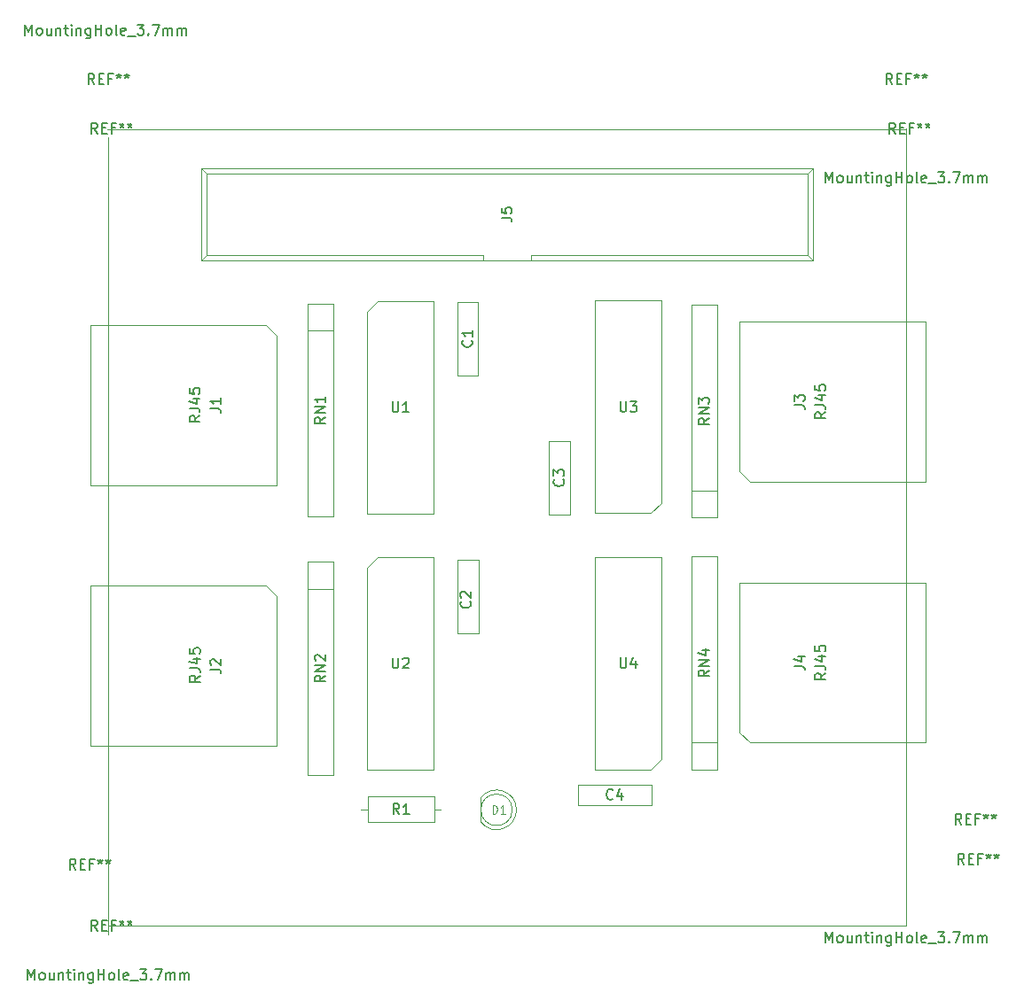
<source format=gbr>
G04 #@! TF.GenerationSoftware,KiCad,Pcbnew,(5.1.5)-3*
G04 #@! TF.CreationDate,2020-01-01T01:04:19-05:00*
G04 #@! TF.ProjectId,Diff_Expansion,44696666-5f45-4787-9061-6e73696f6e2e,v21*
G04 #@! TF.SameCoordinates,Original*
G04 #@! TF.FileFunction,Other,Fab,Top*
%FSLAX46Y46*%
G04 Gerber Fmt 4.6, Leading zero omitted, Abs format (unit mm)*
G04 Created by KiCad (PCBNEW (5.1.5)-3) date 2020-01-01 01:04:19*
%MOMM*%
%LPD*%
G04 APERTURE LIST*
%ADD10C,0.120000*%
%ADD11C,0.100000*%
%ADD12C,0.150000*%
G04 APERTURE END LIST*
D10*
X72701000Y-141769800D02*
X72701000Y-65569800D01*
X148931000Y-64769800D02*
X148931000Y-140969800D01*
X72627000Y-64837800D02*
X148827000Y-64837800D01*
X72731000Y-140969800D02*
X148931000Y-140969800D01*
D11*
X125544000Y-100537800D02*
X124544000Y-101537800D01*
X125544000Y-81217800D02*
X125544000Y-100537800D01*
X119194000Y-81217800D02*
X125544000Y-81217800D01*
X119194000Y-101537800D02*
X119194000Y-81217800D01*
X124544000Y-101537800D02*
X119194000Y-101537800D01*
X125544000Y-125031800D02*
X124544000Y-126031800D01*
X125544000Y-105711800D02*
X125544000Y-125031800D01*
X119194000Y-105711800D02*
X125544000Y-105711800D01*
X119194000Y-126031800D02*
X119194000Y-105711800D01*
X124544000Y-126031800D02*
X119194000Y-126031800D01*
X97444000Y-106741800D02*
X98444000Y-105741800D01*
X97444000Y-126061800D02*
X97444000Y-106741800D01*
X103794000Y-126061800D02*
X97444000Y-126061800D01*
X103794000Y-105741800D02*
X103794000Y-126061800D01*
X98444000Y-105741800D02*
X103794000Y-105741800D01*
X97444000Y-82247800D02*
X98444000Y-81247800D01*
X97444000Y-101567800D02*
X97444000Y-82247800D01*
X103794000Y-101567800D02*
X97444000Y-101567800D01*
X103794000Y-81247800D02*
X103794000Y-101567800D01*
X98444000Y-81247800D02*
X103794000Y-81247800D01*
X128389000Y-123461800D02*
X130889000Y-123461800D01*
X128389000Y-105661800D02*
X128389000Y-126021800D01*
X130889000Y-105661800D02*
X128389000Y-105661800D01*
X130889000Y-126021800D02*
X130889000Y-105661800D01*
X128389000Y-126021800D02*
X130889000Y-126021800D01*
X128389000Y-99377800D02*
X130889000Y-99377800D01*
X128389000Y-81577800D02*
X128389000Y-101937800D01*
X130889000Y-81577800D02*
X128389000Y-81577800D01*
X130889000Y-101937800D02*
X130889000Y-81577800D01*
X128389000Y-101937800D02*
X130889000Y-101937800D01*
X94239000Y-108741800D02*
X91739000Y-108741800D01*
X94239000Y-126541800D02*
X94239000Y-106181800D01*
X91739000Y-126541800D02*
X94239000Y-126541800D01*
X91739000Y-106181800D02*
X91739000Y-126541800D01*
X94239000Y-106181800D02*
X91739000Y-106181800D01*
X94239000Y-84057800D02*
X91739000Y-84057800D01*
X94239000Y-101857800D02*
X94239000Y-81497800D01*
X91739000Y-101857800D02*
X94239000Y-101857800D01*
X91739000Y-81497800D02*
X91739000Y-101857800D01*
X94239000Y-81497800D02*
X91739000Y-81497800D01*
D10*
X133999000Y-123456800D02*
X132999000Y-122456800D01*
X132999000Y-122456800D02*
X132999000Y-108156800D01*
X132999000Y-108156800D02*
X150739000Y-108156800D01*
X150739000Y-108156800D02*
X150739000Y-123456800D01*
X150739000Y-123456800D02*
X133999000Y-123456800D01*
X133999000Y-98512800D02*
X132999000Y-97512800D01*
X132999000Y-97512800D02*
X132999000Y-83212800D01*
X132999000Y-83212800D02*
X150739000Y-83212800D01*
X150739000Y-83212800D02*
X150739000Y-98512800D01*
X150739000Y-98512800D02*
X133999000Y-98512800D01*
X87789000Y-108481800D02*
X88789000Y-109481800D01*
X88789000Y-109481800D02*
X88789000Y-123781800D01*
X88789000Y-123781800D02*
X71049000Y-123781800D01*
X71049000Y-123781800D02*
X71049000Y-108481800D01*
X71049000Y-108481800D02*
X87789000Y-108481800D01*
X87789000Y-83537800D02*
X88789000Y-84537800D01*
X88789000Y-84537800D02*
X88789000Y-98837800D01*
X88789000Y-98837800D02*
X71049000Y-98837800D01*
X71049000Y-98837800D02*
X71049000Y-83537800D01*
X71049000Y-83537800D02*
X87789000Y-83537800D01*
D11*
X124579000Y-127451800D02*
X117579000Y-127451800D01*
X124579000Y-129451800D02*
X124579000Y-127451800D01*
X117579000Y-129451800D02*
X124579000Y-129451800D01*
X117579000Y-127451800D02*
X117579000Y-129451800D01*
X114799000Y-94647800D02*
X114799000Y-101647800D01*
X116799000Y-94647800D02*
X114799000Y-94647800D01*
X116799000Y-101647800D02*
X116799000Y-94647800D01*
X114799000Y-101647800D02*
X116799000Y-101647800D01*
X108109000Y-113001800D02*
X108109000Y-106001800D01*
X106109000Y-113001800D02*
X108109000Y-113001800D01*
X106109000Y-106001800D02*
X106109000Y-113001800D01*
X108109000Y-106001800D02*
X106109000Y-106001800D01*
X108059000Y-88337800D02*
X108059000Y-81337800D01*
X106059000Y-88337800D02*
X108059000Y-88337800D01*
X106059000Y-81337800D02*
X106059000Y-88337800D01*
X108059000Y-81337800D02*
X106059000Y-81337800D01*
X104495000Y-129831800D02*
X103835000Y-129831800D01*
X96875000Y-129831800D02*
X97535000Y-129831800D01*
X103835000Y-128581800D02*
X97535000Y-128581800D01*
X103835000Y-131081800D02*
X103835000Y-128581800D01*
X97535000Y-131081800D02*
X103835000Y-131081800D01*
X97535000Y-128581800D02*
X97535000Y-131081800D01*
X108304445Y-131047276D02*
G75*
G03X108305000Y-128715610I1500555J1165476D01*
G01*
X111305000Y-129881800D02*
G75*
G03X111305000Y-129881800I-1500000J0D01*
G01*
X108305000Y-128715610D02*
X108305000Y-131047990D01*
X140041000Y-77384800D02*
X139481000Y-76834800D01*
X81581000Y-77384800D02*
X82121000Y-76834800D01*
X140041000Y-68534800D02*
X139481000Y-69084800D01*
X81581000Y-68534800D02*
X82121000Y-69084800D01*
X139481000Y-69084800D02*
X139481000Y-76834800D01*
X140041000Y-68534800D02*
X140041000Y-77384800D01*
X82121000Y-69084800D02*
X82121000Y-76834800D01*
X81581000Y-68534800D02*
X81581000Y-77384800D01*
X113061000Y-76834800D02*
X113061000Y-77384800D01*
X108561000Y-76834800D02*
X108561000Y-77384800D01*
X113061000Y-76834800D02*
X139481000Y-76834800D01*
X82121000Y-76834800D02*
X108561000Y-76834800D01*
X81581000Y-77384800D02*
X140041000Y-77384800D01*
X82121000Y-69084800D02*
X139481000Y-69084800D01*
X81581000Y-68534800D02*
X140041000Y-68534800D01*
D12*
X121607095Y-90830180D02*
X121607095Y-91639704D01*
X121654714Y-91734942D01*
X121702333Y-91782561D01*
X121797571Y-91830180D01*
X121988047Y-91830180D01*
X122083285Y-91782561D01*
X122130904Y-91734942D01*
X122178523Y-91639704D01*
X122178523Y-90830180D01*
X122559476Y-90830180D02*
X123178523Y-90830180D01*
X122845190Y-91211133D01*
X122988047Y-91211133D01*
X123083285Y-91258752D01*
X123130904Y-91306371D01*
X123178523Y-91401609D01*
X123178523Y-91639704D01*
X123130904Y-91734942D01*
X123083285Y-91782561D01*
X122988047Y-91830180D01*
X122702333Y-91830180D01*
X122607095Y-91782561D01*
X122559476Y-91734942D01*
X121607095Y-115324180D02*
X121607095Y-116133704D01*
X121654714Y-116228942D01*
X121702333Y-116276561D01*
X121797571Y-116324180D01*
X121988047Y-116324180D01*
X122083285Y-116276561D01*
X122130904Y-116228942D01*
X122178523Y-116133704D01*
X122178523Y-115324180D01*
X123083285Y-115657514D02*
X123083285Y-116324180D01*
X122845190Y-115276561D02*
X122607095Y-115990847D01*
X123226142Y-115990847D01*
X99857095Y-115354180D02*
X99857095Y-116163704D01*
X99904714Y-116258942D01*
X99952333Y-116306561D01*
X100047571Y-116354180D01*
X100238047Y-116354180D01*
X100333285Y-116306561D01*
X100380904Y-116258942D01*
X100428523Y-116163704D01*
X100428523Y-115354180D01*
X100857095Y-115449419D02*
X100904714Y-115401800D01*
X100999952Y-115354180D01*
X101238047Y-115354180D01*
X101333285Y-115401800D01*
X101380904Y-115449419D01*
X101428523Y-115544657D01*
X101428523Y-115639895D01*
X101380904Y-115782752D01*
X100809476Y-116354180D01*
X101428523Y-116354180D01*
X99857095Y-90860180D02*
X99857095Y-91669704D01*
X99904714Y-91764942D01*
X99952333Y-91812561D01*
X100047571Y-91860180D01*
X100238047Y-91860180D01*
X100333285Y-91812561D01*
X100380904Y-91764942D01*
X100428523Y-91669704D01*
X100428523Y-90860180D01*
X101428523Y-91860180D02*
X100857095Y-91860180D01*
X101142809Y-91860180D02*
X101142809Y-90860180D01*
X101047571Y-91003038D01*
X100952333Y-91098276D01*
X100857095Y-91145895D01*
X130091380Y-116532276D02*
X129615190Y-116865609D01*
X130091380Y-117103704D02*
X129091380Y-117103704D01*
X129091380Y-116722752D01*
X129139000Y-116627514D01*
X129186619Y-116579895D01*
X129281857Y-116532276D01*
X129424714Y-116532276D01*
X129519952Y-116579895D01*
X129567571Y-116627514D01*
X129615190Y-116722752D01*
X129615190Y-117103704D01*
X130091380Y-116103704D02*
X129091380Y-116103704D01*
X130091380Y-115532276D01*
X129091380Y-115532276D01*
X129424714Y-114627514D02*
X130091380Y-114627514D01*
X129043761Y-114865609D02*
X129758047Y-115103704D01*
X129758047Y-114484657D01*
X130091380Y-92448276D02*
X129615190Y-92781609D01*
X130091380Y-93019704D02*
X129091380Y-93019704D01*
X129091380Y-92638752D01*
X129139000Y-92543514D01*
X129186619Y-92495895D01*
X129281857Y-92448276D01*
X129424714Y-92448276D01*
X129519952Y-92495895D01*
X129567571Y-92543514D01*
X129615190Y-92638752D01*
X129615190Y-93019704D01*
X130091380Y-92019704D02*
X129091380Y-92019704D01*
X130091380Y-91448276D01*
X129091380Y-91448276D01*
X129091380Y-91067323D02*
X129091380Y-90448276D01*
X129472333Y-90781609D01*
X129472333Y-90638752D01*
X129519952Y-90543514D01*
X129567571Y-90495895D01*
X129662809Y-90448276D01*
X129900904Y-90448276D01*
X129996142Y-90495895D01*
X130043761Y-90543514D01*
X130091380Y-90638752D01*
X130091380Y-90924466D01*
X130043761Y-91019704D01*
X129996142Y-91067323D01*
X93441380Y-117052276D02*
X92965190Y-117385609D01*
X93441380Y-117623704D02*
X92441380Y-117623704D01*
X92441380Y-117242752D01*
X92489000Y-117147514D01*
X92536619Y-117099895D01*
X92631857Y-117052276D01*
X92774714Y-117052276D01*
X92869952Y-117099895D01*
X92917571Y-117147514D01*
X92965190Y-117242752D01*
X92965190Y-117623704D01*
X93441380Y-116623704D02*
X92441380Y-116623704D01*
X93441380Y-116052276D01*
X92441380Y-116052276D01*
X92536619Y-115623704D02*
X92489000Y-115576085D01*
X92441380Y-115480847D01*
X92441380Y-115242752D01*
X92489000Y-115147514D01*
X92536619Y-115099895D01*
X92631857Y-115052276D01*
X92727095Y-115052276D01*
X92869952Y-115099895D01*
X93441380Y-115671323D01*
X93441380Y-115052276D01*
X93441380Y-92368276D02*
X92965190Y-92701609D01*
X93441380Y-92939704D02*
X92441380Y-92939704D01*
X92441380Y-92558752D01*
X92489000Y-92463514D01*
X92536619Y-92415895D01*
X92631857Y-92368276D01*
X92774714Y-92368276D01*
X92869952Y-92415895D01*
X92917571Y-92463514D01*
X92965190Y-92558752D01*
X92965190Y-92939704D01*
X93441380Y-91939704D02*
X92441380Y-91939704D01*
X93441380Y-91368276D01*
X92441380Y-91368276D01*
X93441380Y-90368276D02*
X93441380Y-90939704D01*
X93441380Y-90653990D02*
X92441380Y-90653990D01*
X92584238Y-90749228D01*
X92679476Y-90844466D01*
X92727095Y-90939704D01*
X141221380Y-116830609D02*
X140745190Y-117163942D01*
X141221380Y-117402038D02*
X140221380Y-117402038D01*
X140221380Y-117021085D01*
X140269000Y-116925847D01*
X140316619Y-116878228D01*
X140411857Y-116830609D01*
X140554714Y-116830609D01*
X140649952Y-116878228D01*
X140697571Y-116925847D01*
X140745190Y-117021085D01*
X140745190Y-117402038D01*
X140221380Y-116116323D02*
X140935666Y-116116323D01*
X141078523Y-116163942D01*
X141173761Y-116259180D01*
X141221380Y-116402038D01*
X141221380Y-116497276D01*
X140554714Y-115211561D02*
X141221380Y-115211561D01*
X140173761Y-115449657D02*
X140888047Y-115687752D01*
X140888047Y-115068704D01*
X140221380Y-114211561D02*
X140221380Y-114687752D01*
X140697571Y-114735371D01*
X140649952Y-114687752D01*
X140602333Y-114592514D01*
X140602333Y-114354419D01*
X140649952Y-114259180D01*
X140697571Y-114211561D01*
X140792809Y-114163942D01*
X141030904Y-114163942D01*
X141126142Y-114211561D01*
X141173761Y-114259180D01*
X141221380Y-114354419D01*
X141221380Y-114592514D01*
X141173761Y-114687752D01*
X141126142Y-114735371D01*
X138221380Y-116140133D02*
X138935666Y-116140133D01*
X139078523Y-116187752D01*
X139173761Y-116282990D01*
X139221380Y-116425847D01*
X139221380Y-116521085D01*
X138554714Y-115235371D02*
X139221380Y-115235371D01*
X138173761Y-115473466D02*
X138888047Y-115711561D01*
X138888047Y-115092514D01*
X141221380Y-91886609D02*
X140745190Y-92219942D01*
X141221380Y-92458038D02*
X140221380Y-92458038D01*
X140221380Y-92077085D01*
X140269000Y-91981847D01*
X140316619Y-91934228D01*
X140411857Y-91886609D01*
X140554714Y-91886609D01*
X140649952Y-91934228D01*
X140697571Y-91981847D01*
X140745190Y-92077085D01*
X140745190Y-92458038D01*
X140221380Y-91172323D02*
X140935666Y-91172323D01*
X141078523Y-91219942D01*
X141173761Y-91315180D01*
X141221380Y-91458038D01*
X141221380Y-91553276D01*
X140554714Y-90267561D02*
X141221380Y-90267561D01*
X140173761Y-90505657D02*
X140888047Y-90743752D01*
X140888047Y-90124704D01*
X140221380Y-89267561D02*
X140221380Y-89743752D01*
X140697571Y-89791371D01*
X140649952Y-89743752D01*
X140602333Y-89648514D01*
X140602333Y-89410419D01*
X140649952Y-89315180D01*
X140697571Y-89267561D01*
X140792809Y-89219942D01*
X141030904Y-89219942D01*
X141126142Y-89267561D01*
X141173761Y-89315180D01*
X141221380Y-89410419D01*
X141221380Y-89648514D01*
X141173761Y-89743752D01*
X141126142Y-89791371D01*
X138221380Y-91196133D02*
X138935666Y-91196133D01*
X139078523Y-91243752D01*
X139173761Y-91338990D01*
X139221380Y-91481847D01*
X139221380Y-91577085D01*
X138221380Y-90815180D02*
X138221380Y-90196133D01*
X138602333Y-90529466D01*
X138602333Y-90386609D01*
X138649952Y-90291371D01*
X138697571Y-90243752D01*
X138792809Y-90196133D01*
X139030904Y-90196133D01*
X139126142Y-90243752D01*
X139173761Y-90291371D01*
X139221380Y-90386609D01*
X139221380Y-90672323D01*
X139173761Y-90767561D01*
X139126142Y-90815180D01*
X81491380Y-117060609D02*
X81015190Y-117393942D01*
X81491380Y-117632038D02*
X80491380Y-117632038D01*
X80491380Y-117251085D01*
X80539000Y-117155847D01*
X80586619Y-117108228D01*
X80681857Y-117060609D01*
X80824714Y-117060609D01*
X80919952Y-117108228D01*
X80967571Y-117155847D01*
X81015190Y-117251085D01*
X81015190Y-117632038D01*
X80491380Y-116346323D02*
X81205666Y-116346323D01*
X81348523Y-116393942D01*
X81443761Y-116489180D01*
X81491380Y-116632038D01*
X81491380Y-116727276D01*
X80824714Y-115441561D02*
X81491380Y-115441561D01*
X80443761Y-115679657D02*
X81158047Y-115917752D01*
X81158047Y-115298704D01*
X80491380Y-114441561D02*
X80491380Y-114917752D01*
X80967571Y-114965371D01*
X80919952Y-114917752D01*
X80872333Y-114822514D01*
X80872333Y-114584419D01*
X80919952Y-114489180D01*
X80967571Y-114441561D01*
X81062809Y-114393942D01*
X81300904Y-114393942D01*
X81396142Y-114441561D01*
X81443761Y-114489180D01*
X81491380Y-114584419D01*
X81491380Y-114822514D01*
X81443761Y-114917752D01*
X81396142Y-114965371D01*
X82471380Y-116465133D02*
X83185666Y-116465133D01*
X83328523Y-116512752D01*
X83423761Y-116607990D01*
X83471380Y-116750847D01*
X83471380Y-116846085D01*
X82566619Y-116036561D02*
X82519000Y-115988942D01*
X82471380Y-115893704D01*
X82471380Y-115655609D01*
X82519000Y-115560371D01*
X82566619Y-115512752D01*
X82661857Y-115465133D01*
X82757095Y-115465133D01*
X82899952Y-115512752D01*
X83471380Y-116084180D01*
X83471380Y-115465133D01*
X81471380Y-92211609D02*
X80995190Y-92544942D01*
X81471380Y-92783038D02*
X80471380Y-92783038D01*
X80471380Y-92402085D01*
X80519000Y-92306847D01*
X80566619Y-92259228D01*
X80661857Y-92211609D01*
X80804714Y-92211609D01*
X80899952Y-92259228D01*
X80947571Y-92306847D01*
X80995190Y-92402085D01*
X80995190Y-92783038D01*
X80471380Y-91497323D02*
X81185666Y-91497323D01*
X81328523Y-91544942D01*
X81423761Y-91640180D01*
X81471380Y-91783038D01*
X81471380Y-91878276D01*
X80804714Y-90592561D02*
X81471380Y-90592561D01*
X80423761Y-90830657D02*
X81138047Y-91068752D01*
X81138047Y-90449704D01*
X80471380Y-89592561D02*
X80471380Y-90068752D01*
X80947571Y-90116371D01*
X80899952Y-90068752D01*
X80852333Y-89973514D01*
X80852333Y-89735419D01*
X80899952Y-89640180D01*
X80947571Y-89592561D01*
X81042809Y-89544942D01*
X81280904Y-89544942D01*
X81376142Y-89592561D01*
X81423761Y-89640180D01*
X81471380Y-89735419D01*
X81471380Y-89973514D01*
X81423761Y-90068752D01*
X81376142Y-90116371D01*
X82471380Y-91521133D02*
X83185666Y-91521133D01*
X83328523Y-91568752D01*
X83423761Y-91663990D01*
X83471380Y-91806847D01*
X83471380Y-91902085D01*
X83471380Y-90521133D02*
X83471380Y-91092561D01*
X83471380Y-90806847D02*
X82471380Y-90806847D01*
X82614238Y-90902085D01*
X82709476Y-90997323D01*
X82757095Y-91092561D01*
X120912333Y-128808942D02*
X120864714Y-128856561D01*
X120721857Y-128904180D01*
X120626619Y-128904180D01*
X120483761Y-128856561D01*
X120388523Y-128761323D01*
X120340904Y-128666085D01*
X120293285Y-128475609D01*
X120293285Y-128332752D01*
X120340904Y-128142276D01*
X120388523Y-128047038D01*
X120483761Y-127951800D01*
X120626619Y-127904180D01*
X120721857Y-127904180D01*
X120864714Y-127951800D01*
X120912333Y-127999419D01*
X121769476Y-128237514D02*
X121769476Y-128904180D01*
X121531380Y-127856561D02*
X121293285Y-128570847D01*
X121912333Y-128570847D01*
X116156142Y-98314466D02*
X116203761Y-98362085D01*
X116251380Y-98504942D01*
X116251380Y-98600180D01*
X116203761Y-98743038D01*
X116108523Y-98838276D01*
X116013285Y-98885895D01*
X115822809Y-98933514D01*
X115679952Y-98933514D01*
X115489476Y-98885895D01*
X115394238Y-98838276D01*
X115299000Y-98743038D01*
X115251380Y-98600180D01*
X115251380Y-98504942D01*
X115299000Y-98362085D01*
X115346619Y-98314466D01*
X115251380Y-97981133D02*
X115251380Y-97362085D01*
X115632333Y-97695419D01*
X115632333Y-97552561D01*
X115679952Y-97457323D01*
X115727571Y-97409704D01*
X115822809Y-97362085D01*
X116060904Y-97362085D01*
X116156142Y-97409704D01*
X116203761Y-97457323D01*
X116251380Y-97552561D01*
X116251380Y-97838276D01*
X116203761Y-97933514D01*
X116156142Y-97981133D01*
X107256142Y-109968466D02*
X107303761Y-110016085D01*
X107351380Y-110158942D01*
X107351380Y-110254180D01*
X107303761Y-110397038D01*
X107208523Y-110492276D01*
X107113285Y-110539895D01*
X106922809Y-110587514D01*
X106779952Y-110587514D01*
X106589476Y-110539895D01*
X106494238Y-110492276D01*
X106399000Y-110397038D01*
X106351380Y-110254180D01*
X106351380Y-110158942D01*
X106399000Y-110016085D01*
X106446619Y-109968466D01*
X106446619Y-109587514D02*
X106399000Y-109539895D01*
X106351380Y-109444657D01*
X106351380Y-109206561D01*
X106399000Y-109111323D01*
X106446619Y-109063704D01*
X106541857Y-109016085D01*
X106637095Y-109016085D01*
X106779952Y-109063704D01*
X107351380Y-109635133D01*
X107351380Y-109016085D01*
X107416142Y-85004466D02*
X107463761Y-85052085D01*
X107511380Y-85194942D01*
X107511380Y-85290180D01*
X107463761Y-85433038D01*
X107368523Y-85528276D01*
X107273285Y-85575895D01*
X107082809Y-85623514D01*
X106939952Y-85623514D01*
X106749476Y-85575895D01*
X106654238Y-85528276D01*
X106559000Y-85433038D01*
X106511380Y-85290180D01*
X106511380Y-85194942D01*
X106559000Y-85052085D01*
X106606619Y-85004466D01*
X107511380Y-84052085D02*
X107511380Y-84623514D01*
X107511380Y-84337800D02*
X106511380Y-84337800D01*
X106654238Y-84433038D01*
X106749476Y-84528276D01*
X106797095Y-84623514D01*
X147597666Y-60522180D02*
X147264333Y-60045990D01*
X147026238Y-60522180D02*
X147026238Y-59522180D01*
X147407190Y-59522180D01*
X147502428Y-59569800D01*
X147550047Y-59617419D01*
X147597666Y-59712657D01*
X147597666Y-59855514D01*
X147550047Y-59950752D01*
X147502428Y-59998371D01*
X147407190Y-60045990D01*
X147026238Y-60045990D01*
X148026238Y-59998371D02*
X148359571Y-59998371D01*
X148502428Y-60522180D02*
X148026238Y-60522180D01*
X148026238Y-59522180D01*
X148502428Y-59522180D01*
X149264333Y-59998371D02*
X148931000Y-59998371D01*
X148931000Y-60522180D02*
X148931000Y-59522180D01*
X149407190Y-59522180D01*
X149931000Y-59522180D02*
X149931000Y-59760276D01*
X149692904Y-59665038D02*
X149931000Y-59760276D01*
X150169095Y-59665038D01*
X149788142Y-59950752D02*
X149931000Y-59760276D01*
X150073857Y-59950752D01*
X150692904Y-59522180D02*
X150692904Y-59760276D01*
X150454809Y-59665038D02*
X150692904Y-59760276D01*
X150931000Y-59665038D01*
X150550047Y-59950752D02*
X150692904Y-59760276D01*
X150835761Y-59950752D01*
X141240523Y-69922180D02*
X141240523Y-68922180D01*
X141573857Y-69636466D01*
X141907190Y-68922180D01*
X141907190Y-69922180D01*
X142526238Y-69922180D02*
X142431000Y-69874561D01*
X142383380Y-69826942D01*
X142335761Y-69731704D01*
X142335761Y-69445990D01*
X142383380Y-69350752D01*
X142431000Y-69303133D01*
X142526238Y-69255514D01*
X142669095Y-69255514D01*
X142764333Y-69303133D01*
X142811952Y-69350752D01*
X142859571Y-69445990D01*
X142859571Y-69731704D01*
X142811952Y-69826942D01*
X142764333Y-69874561D01*
X142669095Y-69922180D01*
X142526238Y-69922180D01*
X143716714Y-69255514D02*
X143716714Y-69922180D01*
X143288142Y-69255514D02*
X143288142Y-69779323D01*
X143335761Y-69874561D01*
X143431000Y-69922180D01*
X143573857Y-69922180D01*
X143669095Y-69874561D01*
X143716714Y-69826942D01*
X144192904Y-69255514D02*
X144192904Y-69922180D01*
X144192904Y-69350752D02*
X144240523Y-69303133D01*
X144335761Y-69255514D01*
X144478619Y-69255514D01*
X144573857Y-69303133D01*
X144621476Y-69398371D01*
X144621476Y-69922180D01*
X144954809Y-69255514D02*
X145335761Y-69255514D01*
X145097666Y-68922180D02*
X145097666Y-69779323D01*
X145145285Y-69874561D01*
X145240523Y-69922180D01*
X145335761Y-69922180D01*
X145669095Y-69922180D02*
X145669095Y-69255514D01*
X145669095Y-68922180D02*
X145621476Y-68969800D01*
X145669095Y-69017419D01*
X145716714Y-68969800D01*
X145669095Y-68922180D01*
X145669095Y-69017419D01*
X146145285Y-69255514D02*
X146145285Y-69922180D01*
X146145285Y-69350752D02*
X146192904Y-69303133D01*
X146288142Y-69255514D01*
X146431000Y-69255514D01*
X146526238Y-69303133D01*
X146573857Y-69398371D01*
X146573857Y-69922180D01*
X147478619Y-69255514D02*
X147478619Y-70065038D01*
X147431000Y-70160276D01*
X147383380Y-70207895D01*
X147288142Y-70255514D01*
X147145285Y-70255514D01*
X147050047Y-70207895D01*
X147478619Y-69874561D02*
X147383380Y-69922180D01*
X147192904Y-69922180D01*
X147097666Y-69874561D01*
X147050047Y-69826942D01*
X147002428Y-69731704D01*
X147002428Y-69445990D01*
X147050047Y-69350752D01*
X147097666Y-69303133D01*
X147192904Y-69255514D01*
X147383380Y-69255514D01*
X147478619Y-69303133D01*
X147954809Y-69922180D02*
X147954809Y-68922180D01*
X147954809Y-69398371D02*
X148526238Y-69398371D01*
X148526238Y-69922180D02*
X148526238Y-68922180D01*
X149145285Y-69922180D02*
X149050047Y-69874561D01*
X149002428Y-69826942D01*
X148954809Y-69731704D01*
X148954809Y-69445990D01*
X149002428Y-69350752D01*
X149050047Y-69303133D01*
X149145285Y-69255514D01*
X149288142Y-69255514D01*
X149383380Y-69303133D01*
X149431000Y-69350752D01*
X149478619Y-69445990D01*
X149478619Y-69731704D01*
X149431000Y-69826942D01*
X149383380Y-69874561D01*
X149288142Y-69922180D01*
X149145285Y-69922180D01*
X150050047Y-69922180D02*
X149954809Y-69874561D01*
X149907190Y-69779323D01*
X149907190Y-68922180D01*
X150811952Y-69874561D02*
X150716714Y-69922180D01*
X150526238Y-69922180D01*
X150431000Y-69874561D01*
X150383380Y-69779323D01*
X150383380Y-69398371D01*
X150431000Y-69303133D01*
X150526238Y-69255514D01*
X150716714Y-69255514D01*
X150811952Y-69303133D01*
X150859571Y-69398371D01*
X150859571Y-69493609D01*
X150383380Y-69588847D01*
X151050047Y-70017419D02*
X151811952Y-70017419D01*
X151954809Y-68922180D02*
X152573857Y-68922180D01*
X152240523Y-69303133D01*
X152383380Y-69303133D01*
X152478619Y-69350752D01*
X152526238Y-69398371D01*
X152573857Y-69493609D01*
X152573857Y-69731704D01*
X152526238Y-69826942D01*
X152478619Y-69874561D01*
X152383380Y-69922180D01*
X152097666Y-69922180D01*
X152002428Y-69874561D01*
X151954809Y-69826942D01*
X153002428Y-69826942D02*
X153050047Y-69874561D01*
X153002428Y-69922180D01*
X152954809Y-69874561D01*
X153002428Y-69826942D01*
X153002428Y-69922180D01*
X153383380Y-68922180D02*
X154050047Y-68922180D01*
X153621476Y-69922180D01*
X154431000Y-69922180D02*
X154431000Y-69255514D01*
X154431000Y-69350752D02*
X154478619Y-69303133D01*
X154573857Y-69255514D01*
X154716714Y-69255514D01*
X154811952Y-69303133D01*
X154859571Y-69398371D01*
X154859571Y-69922180D01*
X154859571Y-69398371D02*
X154907190Y-69303133D01*
X155002428Y-69255514D01*
X155145285Y-69255514D01*
X155240523Y-69303133D01*
X155288142Y-69398371D01*
X155288142Y-69922180D01*
X155764333Y-69922180D02*
X155764333Y-69255514D01*
X155764333Y-69350752D02*
X155811952Y-69303133D01*
X155907190Y-69255514D01*
X156050047Y-69255514D01*
X156145285Y-69303133D01*
X156192904Y-69398371D01*
X156192904Y-69922180D01*
X156192904Y-69398371D02*
X156240523Y-69303133D01*
X156335761Y-69255514D01*
X156478619Y-69255514D01*
X156573857Y-69303133D01*
X156621476Y-69398371D01*
X156621476Y-69922180D01*
X147897666Y-65222180D02*
X147564333Y-64745990D01*
X147326238Y-65222180D02*
X147326238Y-64222180D01*
X147707190Y-64222180D01*
X147802428Y-64269800D01*
X147850047Y-64317419D01*
X147897666Y-64412657D01*
X147897666Y-64555514D01*
X147850047Y-64650752D01*
X147802428Y-64698371D01*
X147707190Y-64745990D01*
X147326238Y-64745990D01*
X148326238Y-64698371D02*
X148659571Y-64698371D01*
X148802428Y-65222180D02*
X148326238Y-65222180D01*
X148326238Y-64222180D01*
X148802428Y-64222180D01*
X149564333Y-64698371D02*
X149231000Y-64698371D01*
X149231000Y-65222180D02*
X149231000Y-64222180D01*
X149707190Y-64222180D01*
X150231000Y-64222180D02*
X150231000Y-64460276D01*
X149992904Y-64365038D02*
X150231000Y-64460276D01*
X150469095Y-64365038D01*
X150088142Y-64650752D02*
X150231000Y-64460276D01*
X150373857Y-64650752D01*
X150992904Y-64222180D02*
X150992904Y-64460276D01*
X150754809Y-64365038D02*
X150992904Y-64460276D01*
X151231000Y-64365038D01*
X150850047Y-64650752D02*
X150992904Y-64460276D01*
X151135761Y-64650752D01*
X71397666Y-60522180D02*
X71064333Y-60045990D01*
X70826238Y-60522180D02*
X70826238Y-59522180D01*
X71207190Y-59522180D01*
X71302428Y-59569800D01*
X71350047Y-59617419D01*
X71397666Y-59712657D01*
X71397666Y-59855514D01*
X71350047Y-59950752D01*
X71302428Y-59998371D01*
X71207190Y-60045990D01*
X70826238Y-60045990D01*
X71826238Y-59998371D02*
X72159571Y-59998371D01*
X72302428Y-60522180D02*
X71826238Y-60522180D01*
X71826238Y-59522180D01*
X72302428Y-59522180D01*
X73064333Y-59998371D02*
X72731000Y-59998371D01*
X72731000Y-60522180D02*
X72731000Y-59522180D01*
X73207190Y-59522180D01*
X73731000Y-59522180D02*
X73731000Y-59760276D01*
X73492904Y-59665038D02*
X73731000Y-59760276D01*
X73969095Y-59665038D01*
X73588142Y-59950752D02*
X73731000Y-59760276D01*
X73873857Y-59950752D01*
X74492904Y-59522180D02*
X74492904Y-59760276D01*
X74254809Y-59665038D02*
X74492904Y-59760276D01*
X74731000Y-59665038D01*
X74350047Y-59950752D02*
X74492904Y-59760276D01*
X74635761Y-59950752D01*
X64786523Y-55824180D02*
X64786523Y-54824180D01*
X65119857Y-55538466D01*
X65453190Y-54824180D01*
X65453190Y-55824180D01*
X66072238Y-55824180D02*
X65976999Y-55776561D01*
X65929380Y-55728942D01*
X65881761Y-55633704D01*
X65881761Y-55347990D01*
X65929380Y-55252752D01*
X65976999Y-55205133D01*
X66072238Y-55157514D01*
X66215095Y-55157514D01*
X66310333Y-55205133D01*
X66357952Y-55252752D01*
X66405571Y-55347990D01*
X66405571Y-55633704D01*
X66357952Y-55728942D01*
X66310333Y-55776561D01*
X66215095Y-55824180D01*
X66072238Y-55824180D01*
X67262714Y-55157514D02*
X67262714Y-55824180D01*
X66834142Y-55157514D02*
X66834142Y-55681323D01*
X66881761Y-55776561D01*
X66976999Y-55824180D01*
X67119857Y-55824180D01*
X67215095Y-55776561D01*
X67262714Y-55728942D01*
X67738904Y-55157514D02*
X67738904Y-55824180D01*
X67738904Y-55252752D02*
X67786523Y-55205133D01*
X67881761Y-55157514D01*
X68024619Y-55157514D01*
X68119857Y-55205133D01*
X68167476Y-55300371D01*
X68167476Y-55824180D01*
X68500809Y-55157514D02*
X68881761Y-55157514D01*
X68643666Y-54824180D02*
X68643666Y-55681323D01*
X68691285Y-55776561D01*
X68786523Y-55824180D01*
X68881761Y-55824180D01*
X69215095Y-55824180D02*
X69215095Y-55157514D01*
X69215095Y-54824180D02*
X69167476Y-54871800D01*
X69215095Y-54919419D01*
X69262714Y-54871800D01*
X69215095Y-54824180D01*
X69215095Y-54919419D01*
X69691285Y-55157514D02*
X69691285Y-55824180D01*
X69691285Y-55252752D02*
X69738904Y-55205133D01*
X69834142Y-55157514D01*
X69977000Y-55157514D01*
X70072238Y-55205133D01*
X70119857Y-55300371D01*
X70119857Y-55824180D01*
X71024619Y-55157514D02*
X71024619Y-55967038D01*
X70977000Y-56062276D01*
X70929380Y-56109895D01*
X70834142Y-56157514D01*
X70691285Y-56157514D01*
X70596047Y-56109895D01*
X71024619Y-55776561D02*
X70929380Y-55824180D01*
X70738904Y-55824180D01*
X70643666Y-55776561D01*
X70596047Y-55728942D01*
X70548428Y-55633704D01*
X70548428Y-55347990D01*
X70596047Y-55252752D01*
X70643666Y-55205133D01*
X70738904Y-55157514D01*
X70929380Y-55157514D01*
X71024619Y-55205133D01*
X71500809Y-55824180D02*
X71500809Y-54824180D01*
X71500809Y-55300371D02*
X72072238Y-55300371D01*
X72072238Y-55824180D02*
X72072238Y-54824180D01*
X72691285Y-55824180D02*
X72596047Y-55776561D01*
X72548428Y-55728942D01*
X72500809Y-55633704D01*
X72500809Y-55347990D01*
X72548428Y-55252752D01*
X72596047Y-55205133D01*
X72691285Y-55157514D01*
X72834142Y-55157514D01*
X72929380Y-55205133D01*
X72977000Y-55252752D01*
X73024619Y-55347990D01*
X73024619Y-55633704D01*
X72977000Y-55728942D01*
X72929380Y-55776561D01*
X72834142Y-55824180D01*
X72691285Y-55824180D01*
X73596047Y-55824180D02*
X73500809Y-55776561D01*
X73453190Y-55681323D01*
X73453190Y-54824180D01*
X74357952Y-55776561D02*
X74262714Y-55824180D01*
X74072238Y-55824180D01*
X73977000Y-55776561D01*
X73929380Y-55681323D01*
X73929380Y-55300371D01*
X73977000Y-55205133D01*
X74072238Y-55157514D01*
X74262714Y-55157514D01*
X74357952Y-55205133D01*
X74405571Y-55300371D01*
X74405571Y-55395609D01*
X73929380Y-55490847D01*
X74596047Y-55919419D02*
X75357952Y-55919419D01*
X75500809Y-54824180D02*
X76119857Y-54824180D01*
X75786523Y-55205133D01*
X75929380Y-55205133D01*
X76024619Y-55252752D01*
X76072238Y-55300371D01*
X76119857Y-55395609D01*
X76119857Y-55633704D01*
X76072238Y-55728942D01*
X76024619Y-55776561D01*
X75929380Y-55824180D01*
X75643666Y-55824180D01*
X75548428Y-55776561D01*
X75500809Y-55728942D01*
X76548428Y-55728942D02*
X76596047Y-55776561D01*
X76548428Y-55824180D01*
X76500809Y-55776561D01*
X76548428Y-55728942D01*
X76548428Y-55824180D01*
X76929380Y-54824180D02*
X77596047Y-54824180D01*
X77167476Y-55824180D01*
X77976999Y-55824180D02*
X77976999Y-55157514D01*
X77976999Y-55252752D02*
X78024619Y-55205133D01*
X78119857Y-55157514D01*
X78262714Y-55157514D01*
X78357952Y-55205133D01*
X78405571Y-55300371D01*
X78405571Y-55824180D01*
X78405571Y-55300371D02*
X78453190Y-55205133D01*
X78548428Y-55157514D01*
X78691285Y-55157514D01*
X78786523Y-55205133D01*
X78834142Y-55300371D01*
X78834142Y-55824180D01*
X79310333Y-55824180D02*
X79310333Y-55157514D01*
X79310333Y-55252752D02*
X79357952Y-55205133D01*
X79453190Y-55157514D01*
X79596047Y-55157514D01*
X79691285Y-55205133D01*
X79738904Y-55300371D01*
X79738904Y-55824180D01*
X79738904Y-55300371D02*
X79786523Y-55205133D01*
X79881761Y-55157514D01*
X80024619Y-55157514D01*
X80119857Y-55205133D01*
X80167476Y-55300371D01*
X80167476Y-55824180D01*
X71697666Y-65222180D02*
X71364333Y-64745990D01*
X71126238Y-65222180D02*
X71126238Y-64222180D01*
X71507190Y-64222180D01*
X71602428Y-64269800D01*
X71650047Y-64317419D01*
X71697666Y-64412657D01*
X71697666Y-64555514D01*
X71650047Y-64650752D01*
X71602428Y-64698371D01*
X71507190Y-64745990D01*
X71126238Y-64745990D01*
X72126238Y-64698371D02*
X72459571Y-64698371D01*
X72602428Y-65222180D02*
X72126238Y-65222180D01*
X72126238Y-64222180D01*
X72602428Y-64222180D01*
X73364333Y-64698371D02*
X73031000Y-64698371D01*
X73031000Y-65222180D02*
X73031000Y-64222180D01*
X73507190Y-64222180D01*
X74031000Y-64222180D02*
X74031000Y-64460276D01*
X73792904Y-64365038D02*
X74031000Y-64460276D01*
X74269095Y-64365038D01*
X73888142Y-64650752D02*
X74031000Y-64460276D01*
X74173857Y-64650752D01*
X74792904Y-64222180D02*
X74792904Y-64460276D01*
X74554809Y-64365038D02*
X74792904Y-64460276D01*
X75031000Y-64365038D01*
X74650047Y-64650752D02*
X74792904Y-64460276D01*
X74935761Y-64650752D01*
X154455666Y-135072180D02*
X154122333Y-134595990D01*
X153884238Y-135072180D02*
X153884238Y-134072180D01*
X154265190Y-134072180D01*
X154360428Y-134119800D01*
X154408047Y-134167419D01*
X154455666Y-134262657D01*
X154455666Y-134405514D01*
X154408047Y-134500752D01*
X154360428Y-134548371D01*
X154265190Y-134595990D01*
X153884238Y-134595990D01*
X154884238Y-134548371D02*
X155217571Y-134548371D01*
X155360428Y-135072180D02*
X154884238Y-135072180D01*
X154884238Y-134072180D01*
X155360428Y-134072180D01*
X156122333Y-134548371D02*
X155789000Y-134548371D01*
X155789000Y-135072180D02*
X155789000Y-134072180D01*
X156265190Y-134072180D01*
X156789000Y-134072180D02*
X156789000Y-134310276D01*
X156550904Y-134215038D02*
X156789000Y-134310276D01*
X157027095Y-134215038D01*
X156646142Y-134500752D02*
X156789000Y-134310276D01*
X156931857Y-134500752D01*
X157550904Y-134072180D02*
X157550904Y-134310276D01*
X157312809Y-134215038D02*
X157550904Y-134310276D01*
X157789000Y-134215038D01*
X157408047Y-134500752D02*
X157550904Y-134310276D01*
X157693761Y-134500752D01*
X141240523Y-142566180D02*
X141240523Y-141566180D01*
X141573857Y-142280466D01*
X141907190Y-141566180D01*
X141907190Y-142566180D01*
X142526238Y-142566180D02*
X142431000Y-142518561D01*
X142383380Y-142470942D01*
X142335761Y-142375704D01*
X142335761Y-142089990D01*
X142383380Y-141994752D01*
X142431000Y-141947133D01*
X142526238Y-141899514D01*
X142669095Y-141899514D01*
X142764333Y-141947133D01*
X142811952Y-141994752D01*
X142859571Y-142089990D01*
X142859571Y-142375704D01*
X142811952Y-142470942D01*
X142764333Y-142518561D01*
X142669095Y-142566180D01*
X142526238Y-142566180D01*
X143716714Y-141899514D02*
X143716714Y-142566180D01*
X143288142Y-141899514D02*
X143288142Y-142423323D01*
X143335761Y-142518561D01*
X143431000Y-142566180D01*
X143573857Y-142566180D01*
X143669095Y-142518561D01*
X143716714Y-142470942D01*
X144192904Y-141899514D02*
X144192904Y-142566180D01*
X144192904Y-141994752D02*
X144240523Y-141947133D01*
X144335761Y-141899514D01*
X144478619Y-141899514D01*
X144573857Y-141947133D01*
X144621476Y-142042371D01*
X144621476Y-142566180D01*
X144954809Y-141899514D02*
X145335761Y-141899514D01*
X145097666Y-141566180D02*
X145097666Y-142423323D01*
X145145285Y-142518561D01*
X145240523Y-142566180D01*
X145335761Y-142566180D01*
X145669095Y-142566180D02*
X145669095Y-141899514D01*
X145669095Y-141566180D02*
X145621476Y-141613800D01*
X145669095Y-141661419D01*
X145716714Y-141613800D01*
X145669095Y-141566180D01*
X145669095Y-141661419D01*
X146145285Y-141899514D02*
X146145285Y-142566180D01*
X146145285Y-141994752D02*
X146192904Y-141947133D01*
X146288142Y-141899514D01*
X146431000Y-141899514D01*
X146526238Y-141947133D01*
X146573857Y-142042371D01*
X146573857Y-142566180D01*
X147478619Y-141899514D02*
X147478619Y-142709038D01*
X147431000Y-142804276D01*
X147383380Y-142851895D01*
X147288142Y-142899514D01*
X147145285Y-142899514D01*
X147050047Y-142851895D01*
X147478619Y-142518561D02*
X147383380Y-142566180D01*
X147192904Y-142566180D01*
X147097666Y-142518561D01*
X147050047Y-142470942D01*
X147002428Y-142375704D01*
X147002428Y-142089990D01*
X147050047Y-141994752D01*
X147097666Y-141947133D01*
X147192904Y-141899514D01*
X147383380Y-141899514D01*
X147478619Y-141947133D01*
X147954809Y-142566180D02*
X147954809Y-141566180D01*
X147954809Y-142042371D02*
X148526238Y-142042371D01*
X148526238Y-142566180D02*
X148526238Y-141566180D01*
X149145285Y-142566180D02*
X149050047Y-142518561D01*
X149002428Y-142470942D01*
X148954809Y-142375704D01*
X148954809Y-142089990D01*
X149002428Y-141994752D01*
X149050047Y-141947133D01*
X149145285Y-141899514D01*
X149288142Y-141899514D01*
X149383380Y-141947133D01*
X149431000Y-141994752D01*
X149478619Y-142089990D01*
X149478619Y-142375704D01*
X149431000Y-142470942D01*
X149383380Y-142518561D01*
X149288142Y-142566180D01*
X149145285Y-142566180D01*
X150050047Y-142566180D02*
X149954809Y-142518561D01*
X149907190Y-142423323D01*
X149907190Y-141566180D01*
X150811952Y-142518561D02*
X150716714Y-142566180D01*
X150526238Y-142566180D01*
X150431000Y-142518561D01*
X150383380Y-142423323D01*
X150383380Y-142042371D01*
X150431000Y-141947133D01*
X150526238Y-141899514D01*
X150716714Y-141899514D01*
X150811952Y-141947133D01*
X150859571Y-142042371D01*
X150859571Y-142137609D01*
X150383380Y-142232847D01*
X151050047Y-142661419D02*
X151811952Y-142661419D01*
X151954809Y-141566180D02*
X152573857Y-141566180D01*
X152240523Y-141947133D01*
X152383380Y-141947133D01*
X152478619Y-141994752D01*
X152526238Y-142042371D01*
X152573857Y-142137609D01*
X152573857Y-142375704D01*
X152526238Y-142470942D01*
X152478619Y-142518561D01*
X152383380Y-142566180D01*
X152097666Y-142566180D01*
X152002428Y-142518561D01*
X151954809Y-142470942D01*
X153002428Y-142470942D02*
X153050047Y-142518561D01*
X153002428Y-142566180D01*
X152954809Y-142518561D01*
X153002428Y-142470942D01*
X153002428Y-142566180D01*
X153383380Y-141566180D02*
X154050047Y-141566180D01*
X153621476Y-142566180D01*
X154431000Y-142566180D02*
X154431000Y-141899514D01*
X154431000Y-141994752D02*
X154478619Y-141947133D01*
X154573857Y-141899514D01*
X154716714Y-141899514D01*
X154811952Y-141947133D01*
X154859571Y-142042371D01*
X154859571Y-142566180D01*
X154859571Y-142042371D02*
X154907190Y-141947133D01*
X155002428Y-141899514D01*
X155145285Y-141899514D01*
X155240523Y-141947133D01*
X155288142Y-142042371D01*
X155288142Y-142566180D01*
X155764333Y-142566180D02*
X155764333Y-141899514D01*
X155764333Y-141994752D02*
X155811952Y-141947133D01*
X155907190Y-141899514D01*
X156050047Y-141899514D01*
X156145285Y-141947133D01*
X156192904Y-142042371D01*
X156192904Y-142566180D01*
X156192904Y-142042371D02*
X156240523Y-141947133D01*
X156335761Y-141899514D01*
X156478619Y-141899514D01*
X156573857Y-141947133D01*
X156621476Y-142042371D01*
X156621476Y-142566180D01*
X154201666Y-131262180D02*
X153868333Y-130785990D01*
X153630238Y-131262180D02*
X153630238Y-130262180D01*
X154011190Y-130262180D01*
X154106428Y-130309800D01*
X154154047Y-130357419D01*
X154201666Y-130452657D01*
X154201666Y-130595514D01*
X154154047Y-130690752D01*
X154106428Y-130738371D01*
X154011190Y-130785990D01*
X153630238Y-130785990D01*
X154630238Y-130738371D02*
X154963571Y-130738371D01*
X155106428Y-131262180D02*
X154630238Y-131262180D01*
X154630238Y-130262180D01*
X155106428Y-130262180D01*
X155868333Y-130738371D02*
X155535000Y-130738371D01*
X155535000Y-131262180D02*
X155535000Y-130262180D01*
X156011190Y-130262180D01*
X156535000Y-130262180D02*
X156535000Y-130500276D01*
X156296904Y-130405038D02*
X156535000Y-130500276D01*
X156773095Y-130405038D01*
X156392142Y-130690752D02*
X156535000Y-130500276D01*
X156677857Y-130690752D01*
X157296904Y-130262180D02*
X157296904Y-130500276D01*
X157058809Y-130405038D02*
X157296904Y-130500276D01*
X157535000Y-130405038D01*
X157154047Y-130690752D02*
X157296904Y-130500276D01*
X157439761Y-130690752D01*
X69619666Y-135580180D02*
X69286333Y-135103990D01*
X69048238Y-135580180D02*
X69048238Y-134580180D01*
X69429190Y-134580180D01*
X69524428Y-134627800D01*
X69572047Y-134675419D01*
X69619666Y-134770657D01*
X69619666Y-134913514D01*
X69572047Y-135008752D01*
X69524428Y-135056371D01*
X69429190Y-135103990D01*
X69048238Y-135103990D01*
X70048238Y-135056371D02*
X70381571Y-135056371D01*
X70524428Y-135580180D02*
X70048238Y-135580180D01*
X70048238Y-134580180D01*
X70524428Y-134580180D01*
X71286333Y-135056371D02*
X70953000Y-135056371D01*
X70953000Y-135580180D02*
X70953000Y-134580180D01*
X71429190Y-134580180D01*
X71953000Y-134580180D02*
X71953000Y-134818276D01*
X71714904Y-134723038D02*
X71953000Y-134818276D01*
X72191095Y-134723038D01*
X71810142Y-135008752D02*
X71953000Y-134818276D01*
X72095857Y-135008752D01*
X72714904Y-134580180D02*
X72714904Y-134818276D01*
X72476809Y-134723038D02*
X72714904Y-134818276D01*
X72953000Y-134723038D01*
X72572047Y-135008752D02*
X72714904Y-134818276D01*
X72857761Y-135008752D01*
X65040523Y-146122180D02*
X65040523Y-145122180D01*
X65373857Y-145836466D01*
X65707190Y-145122180D01*
X65707190Y-146122180D01*
X66326238Y-146122180D02*
X66230999Y-146074561D01*
X66183380Y-146026942D01*
X66135761Y-145931704D01*
X66135761Y-145645990D01*
X66183380Y-145550752D01*
X66230999Y-145503133D01*
X66326238Y-145455514D01*
X66469095Y-145455514D01*
X66564333Y-145503133D01*
X66611952Y-145550752D01*
X66659571Y-145645990D01*
X66659571Y-145931704D01*
X66611952Y-146026942D01*
X66564333Y-146074561D01*
X66469095Y-146122180D01*
X66326238Y-146122180D01*
X67516714Y-145455514D02*
X67516714Y-146122180D01*
X67088142Y-145455514D02*
X67088142Y-145979323D01*
X67135761Y-146074561D01*
X67231000Y-146122180D01*
X67373857Y-146122180D01*
X67469095Y-146074561D01*
X67516714Y-146026942D01*
X67992904Y-145455514D02*
X67992904Y-146122180D01*
X67992904Y-145550752D02*
X68040523Y-145503133D01*
X68135761Y-145455514D01*
X68278619Y-145455514D01*
X68373857Y-145503133D01*
X68421476Y-145598371D01*
X68421476Y-146122180D01*
X68754809Y-145455514D02*
X69135761Y-145455514D01*
X68897666Y-145122180D02*
X68897666Y-145979323D01*
X68945285Y-146074561D01*
X69040523Y-146122180D01*
X69135761Y-146122180D01*
X69469095Y-146122180D02*
X69469095Y-145455514D01*
X69469095Y-145122180D02*
X69421476Y-145169800D01*
X69469095Y-145217419D01*
X69516714Y-145169800D01*
X69469095Y-145122180D01*
X69469095Y-145217419D01*
X69945285Y-145455514D02*
X69945285Y-146122180D01*
X69945285Y-145550752D02*
X69992904Y-145503133D01*
X70088142Y-145455514D01*
X70231000Y-145455514D01*
X70326238Y-145503133D01*
X70373857Y-145598371D01*
X70373857Y-146122180D01*
X71278619Y-145455514D02*
X71278619Y-146265038D01*
X71231000Y-146360276D01*
X71183380Y-146407895D01*
X71088142Y-146455514D01*
X70945285Y-146455514D01*
X70850047Y-146407895D01*
X71278619Y-146074561D02*
X71183380Y-146122180D01*
X70992904Y-146122180D01*
X70897666Y-146074561D01*
X70850047Y-146026942D01*
X70802428Y-145931704D01*
X70802428Y-145645990D01*
X70850047Y-145550752D01*
X70897666Y-145503133D01*
X70992904Y-145455514D01*
X71183380Y-145455514D01*
X71278619Y-145503133D01*
X71754809Y-146122180D02*
X71754809Y-145122180D01*
X71754809Y-145598371D02*
X72326238Y-145598371D01*
X72326238Y-146122180D02*
X72326238Y-145122180D01*
X72945285Y-146122180D02*
X72850047Y-146074561D01*
X72802428Y-146026942D01*
X72754809Y-145931704D01*
X72754809Y-145645990D01*
X72802428Y-145550752D01*
X72850047Y-145503133D01*
X72945285Y-145455514D01*
X73088142Y-145455514D01*
X73183380Y-145503133D01*
X73231000Y-145550752D01*
X73278619Y-145645990D01*
X73278619Y-145931704D01*
X73231000Y-146026942D01*
X73183380Y-146074561D01*
X73088142Y-146122180D01*
X72945285Y-146122180D01*
X73850047Y-146122180D02*
X73754809Y-146074561D01*
X73707190Y-145979323D01*
X73707190Y-145122180D01*
X74611952Y-146074561D02*
X74516714Y-146122180D01*
X74326238Y-146122180D01*
X74231000Y-146074561D01*
X74183380Y-145979323D01*
X74183380Y-145598371D01*
X74231000Y-145503133D01*
X74326238Y-145455514D01*
X74516714Y-145455514D01*
X74611952Y-145503133D01*
X74659571Y-145598371D01*
X74659571Y-145693609D01*
X74183380Y-145788847D01*
X74850047Y-146217419D02*
X75611952Y-146217419D01*
X75754809Y-145122180D02*
X76373857Y-145122180D01*
X76040523Y-145503133D01*
X76183380Y-145503133D01*
X76278619Y-145550752D01*
X76326238Y-145598371D01*
X76373857Y-145693609D01*
X76373857Y-145931704D01*
X76326238Y-146026942D01*
X76278619Y-146074561D01*
X76183380Y-146122180D01*
X75897666Y-146122180D01*
X75802428Y-146074561D01*
X75754809Y-146026942D01*
X76802428Y-146026942D02*
X76850047Y-146074561D01*
X76802428Y-146122180D01*
X76754809Y-146074561D01*
X76802428Y-146026942D01*
X76802428Y-146122180D01*
X77183380Y-145122180D02*
X77850047Y-145122180D01*
X77421476Y-146122180D01*
X78230999Y-146122180D02*
X78230999Y-145455514D01*
X78230999Y-145550752D02*
X78278619Y-145503133D01*
X78373857Y-145455514D01*
X78516714Y-145455514D01*
X78611952Y-145503133D01*
X78659571Y-145598371D01*
X78659571Y-146122180D01*
X78659571Y-145598371D02*
X78707190Y-145503133D01*
X78802428Y-145455514D01*
X78945285Y-145455514D01*
X79040523Y-145503133D01*
X79088142Y-145598371D01*
X79088142Y-146122180D01*
X79564333Y-146122180D02*
X79564333Y-145455514D01*
X79564333Y-145550752D02*
X79611952Y-145503133D01*
X79707190Y-145455514D01*
X79850047Y-145455514D01*
X79945285Y-145503133D01*
X79992904Y-145598371D01*
X79992904Y-146122180D01*
X79992904Y-145598371D02*
X80040523Y-145503133D01*
X80135761Y-145455514D01*
X80278619Y-145455514D01*
X80373857Y-145503133D01*
X80421476Y-145598371D01*
X80421476Y-146122180D01*
X71697666Y-141422180D02*
X71364333Y-140945990D01*
X71126238Y-141422180D02*
X71126238Y-140422180D01*
X71507190Y-140422180D01*
X71602428Y-140469800D01*
X71650047Y-140517419D01*
X71697666Y-140612657D01*
X71697666Y-140755514D01*
X71650047Y-140850752D01*
X71602428Y-140898371D01*
X71507190Y-140945990D01*
X71126238Y-140945990D01*
X72126238Y-140898371D02*
X72459571Y-140898371D01*
X72602428Y-141422180D02*
X72126238Y-141422180D01*
X72126238Y-140422180D01*
X72602428Y-140422180D01*
X73364333Y-140898371D02*
X73031000Y-140898371D01*
X73031000Y-141422180D02*
X73031000Y-140422180D01*
X73507190Y-140422180D01*
X74031000Y-140422180D02*
X74031000Y-140660276D01*
X73792904Y-140565038D02*
X74031000Y-140660276D01*
X74269095Y-140565038D01*
X73888142Y-140850752D02*
X74031000Y-140660276D01*
X74173857Y-140850752D01*
X74792904Y-140422180D02*
X74792904Y-140660276D01*
X74554809Y-140565038D02*
X74792904Y-140660276D01*
X75031000Y-140565038D01*
X74650047Y-140850752D02*
X74792904Y-140660276D01*
X74935761Y-140850752D01*
X100518333Y-130284180D02*
X100185000Y-129807990D01*
X99946904Y-130284180D02*
X99946904Y-129284180D01*
X100327857Y-129284180D01*
X100423095Y-129331800D01*
X100470714Y-129379419D01*
X100518333Y-129474657D01*
X100518333Y-129617514D01*
X100470714Y-129712752D01*
X100423095Y-129760371D01*
X100327857Y-129807990D01*
X99946904Y-129807990D01*
X101470714Y-130284180D02*
X100899285Y-130284180D01*
X101185000Y-130284180D02*
X101185000Y-129284180D01*
X101089761Y-129427038D01*
X100994523Y-129522276D01*
X100899285Y-129569895D01*
D10*
X109414523Y-130243704D02*
X109414523Y-129443704D01*
X109605000Y-129443704D01*
X109719285Y-129481800D01*
X109795476Y-129557990D01*
X109833571Y-129634180D01*
X109871666Y-129786561D01*
X109871666Y-129900847D01*
X109833571Y-130053228D01*
X109795476Y-130129419D01*
X109719285Y-130205609D01*
X109605000Y-130243704D01*
X109414523Y-130243704D01*
X110633571Y-130243704D02*
X110176428Y-130243704D01*
X110405000Y-130243704D02*
X110405000Y-129443704D01*
X110328809Y-129557990D01*
X110252619Y-129634180D01*
X110176428Y-129672276D01*
D12*
X110263380Y-73293133D02*
X110977666Y-73293133D01*
X111120523Y-73340752D01*
X111215761Y-73435990D01*
X111263380Y-73578847D01*
X111263380Y-73674085D01*
X110263380Y-72340752D02*
X110263380Y-72816942D01*
X110739571Y-72864561D01*
X110691952Y-72816942D01*
X110644333Y-72721704D01*
X110644333Y-72483609D01*
X110691952Y-72388371D01*
X110739571Y-72340752D01*
X110834809Y-72293133D01*
X111072904Y-72293133D01*
X111168142Y-72340752D01*
X111215761Y-72388371D01*
X111263380Y-72483609D01*
X111263380Y-72721704D01*
X111215761Y-72816942D01*
X111168142Y-72864561D01*
M02*

</source>
